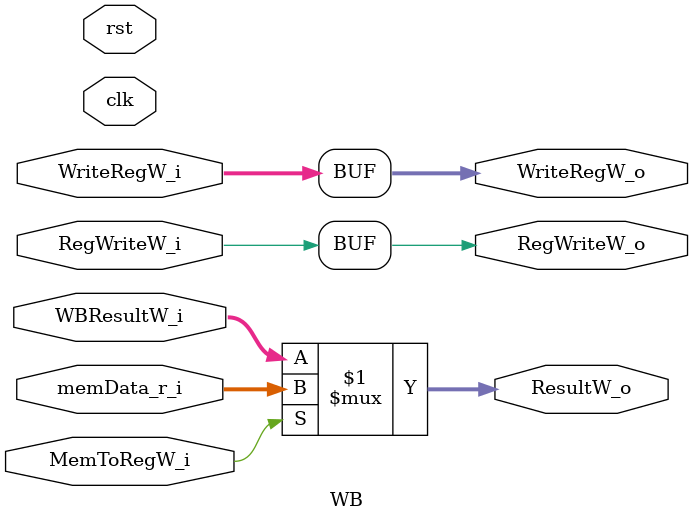
<source format=v>
module WB #(parameter DATA_WIDTH = 16,
            parameter ADDR_WIDTH = 8,
            parameter IMM8_WIDTH = 8,
            parameter REG_WIDTH  = 4,
            parameter CV_WIDTH   = 11,
            parameter OP_WIDTH   = 4
           )(input clk,
             input rst,
             //MEM/WB
             //Data
             input[DATA_WIDTH-1:0] WBResultW_i,
             input[REG_WIDTH-1:0] WriteRegW_i,
             //Controls
             input  RegWriteW_i,
             input  MemToRegW_i,
             output RegWriteW_o,
             //DM
             input[DATA_WIDTH-1:0] memData_r_i,
             //To ID
             //RF_WB
             output[DATA_WIDTH-1:0] ResultW_o,
             //RF_WB_Addr
             output[REG_WIDTH-1:0] WriteRegW_o);

//Outputs to ID
assign ResultW_o = MemToRegW_i ? memData_r_i : WBResultW_i;
assign WriteRegW_o = WriteRegW_i;
assign RegWriteW_o = RegWriteW_i;

endmodule

</source>
